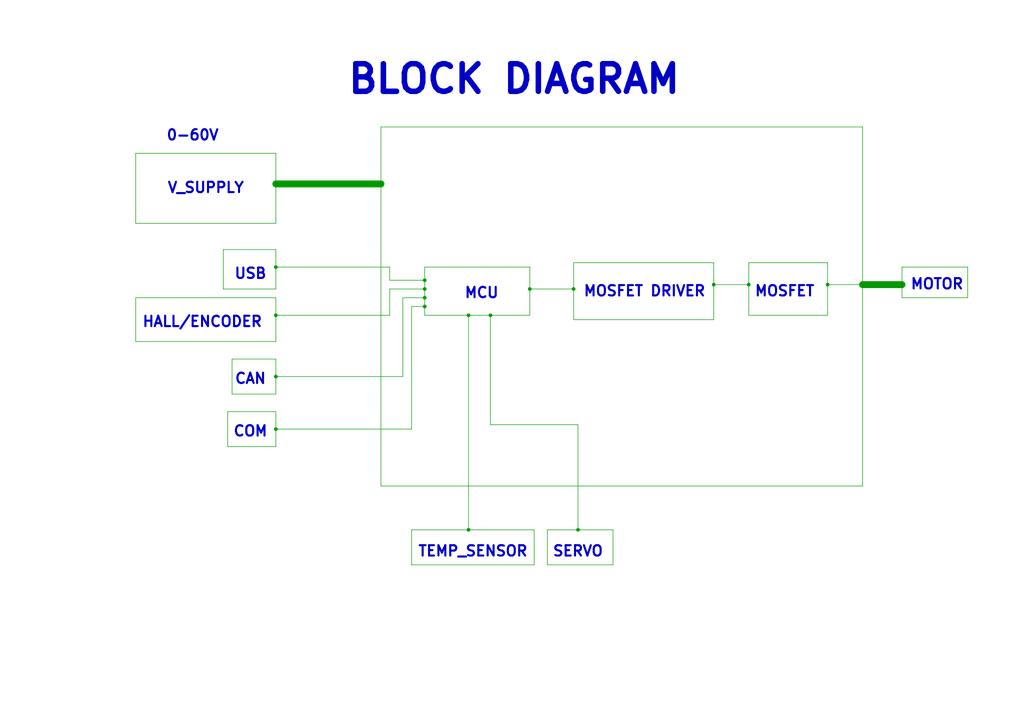
<source format=kicad_sch>
(kicad_sch
	(version 20231120)
	(generator "eeschema")
	(generator_version "8.0")
	(uuid "739f15b3-8955-49db-859a-fe1559bd7a4f")
	(paper "A4")
	(title_block
		(title "BLOCK DIAGRAM")
		(date "2024-05-05")
		(comment 3 "SHANKAR418@OUTLOOK.COM")
		(comment 4 "SHANKAR AENAGANDULA")
	)
	(lib_symbols)
	(junction
		(at 123.19 86.36)
		(diameter 0)
		(color 0 0 0 0)
		(uuid "0ef0e3c2-745b-46ec-acbc-980f29db4d03")
	)
	(junction
		(at 110.49 53.34)
		(diameter 0)
		(color 0 0 0 0)
		(uuid "1a1291a8-252e-45cb-867c-0e14f61b87f5")
	)
	(junction
		(at 80.01 91.44)
		(diameter 0)
		(color 0 0 0 0)
		(uuid "227a1ed1-c2d9-4767-bb97-61ad5b934fda")
	)
	(junction
		(at 166.37 83.82)
		(diameter 0)
		(color 0 0 0 0)
		(uuid "2789cbee-4a9a-44c9-bcb7-4836862ddd6b")
	)
	(junction
		(at 250.19 82.55)
		(diameter 0)
		(color 0 0 0 0)
		(uuid "2a25bb7a-0c43-4cbd-98ad-dd5e833c3738")
	)
	(junction
		(at 80.01 53.34)
		(diameter 0)
		(color 0 0 0 0)
		(uuid "2f49aaaa-e390-4bf3-972b-4d3aa9120071")
	)
	(junction
		(at 123.19 88.9)
		(diameter 0)
		(color 0 0 0 0)
		(uuid "68d77fa8-80de-4034-9ac4-154da2be3401")
	)
	(junction
		(at 135.89 153.67)
		(diameter 0)
		(color 0 0 0 0)
		(uuid "6ae5aa0a-3005-4f27-81de-7e7086d562a2")
	)
	(junction
		(at 142.24 91.44)
		(diameter 0)
		(color 0 0 0 0)
		(uuid "73627134-246d-4256-8387-d6c020bbbe0c")
	)
	(junction
		(at 135.89 91.44)
		(diameter 0)
		(color 0 0 0 0)
		(uuid "78cd48e0-7a7b-4b9c-94d9-9e5323219534")
	)
	(junction
		(at 123.19 83.82)
		(diameter 0)
		(color 0 0 0 0)
		(uuid "812de2ca-60ef-44c9-9540-d99527156550")
	)
	(junction
		(at 167.64 153.67)
		(diameter 0)
		(color 0 0 0 0)
		(uuid "947e5195-2669-4cd5-9b95-e2595c0c61e1")
	)
	(junction
		(at 123.19 81.28)
		(diameter 0)
		(color 0 0 0 0)
		(uuid "9586623a-1464-4da1-a851-46a4640111e0")
	)
	(junction
		(at 261.62 82.55)
		(diameter 0)
		(color 0 0 0 0)
		(uuid "a896b940-db6e-415a-8d62-6cf4c7e31968")
	)
	(junction
		(at 217.17 82.55)
		(diameter 0)
		(color 0 0 0 0)
		(uuid "aa161746-ff1f-4a89-8bce-7623cd3aad20")
	)
	(junction
		(at 207.01 82.55)
		(diameter 0)
		(color 0 0 0 0)
		(uuid "b0cd228a-27fa-4bfa-a101-bdfd984a9f87")
	)
	(junction
		(at 153.67 83.82)
		(diameter 0)
		(color 0 0 0 0)
		(uuid "c22bdb66-37b5-4a1e-b896-6389f0b6d951")
	)
	(junction
		(at 240.03 82.55)
		(diameter 0)
		(color 0 0 0 0)
		(uuid "e2252431-17c4-4ec7-acd7-fa703e38030f")
	)
	(junction
		(at 80.01 77.47)
		(diameter 0)
		(color 0 0 0 0)
		(uuid "e86dd35b-8d37-4024-9a2c-c447cee389e9")
	)
	(junction
		(at 80.01 124.46)
		(diameter 0)
		(color 0 0 0 0)
		(uuid "ec28f383-abd1-4947-ac66-ddaf4797e55c")
	)
	(junction
		(at 80.01 109.22)
		(diameter 0)
		(color 0 0 0 0)
		(uuid "f3ab7d00-8b3f-4f18-b210-5d888ffdbeee")
	)
	(wire
		(pts
			(xy 250.19 36.83) (xy 250.19 82.55)
		)
		(stroke
			(width 0)
			(type default)
		)
		(uuid "00235431-62fc-4390-9c67-cce40db7c527")
	)
	(wire
		(pts
			(xy 80.01 77.47) (xy 113.03 77.47)
		)
		(stroke
			(width 0)
			(type default)
		)
		(uuid "02283e14-5842-4e1d-ab99-a8ed318e9649")
	)
	(wire
		(pts
			(xy 80.01 104.14) (xy 80.01 109.22)
		)
		(stroke
			(width 0)
			(type default)
		)
		(uuid "0c8e0a60-e1f7-4def-a02b-595ca1f8de95")
	)
	(wire
		(pts
			(xy 207.01 76.2) (xy 207.01 82.55)
		)
		(stroke
			(width 0)
			(type default)
		)
		(uuid "1015e57a-15fa-476a-953e-dc867e623eb2")
	)
	(wire
		(pts
			(xy 261.62 77.47) (xy 280.67 77.47)
		)
		(stroke
			(width 0)
			(type default)
		)
		(uuid "12f3bf2a-4f44-4067-8895-652131d7cc0d")
	)
	(wire
		(pts
			(xy 110.49 53.34) (xy 110.49 140.97)
		)
		(stroke
			(width 0)
			(type default)
		)
		(uuid "147d8771-9f91-40c4-87a2-9d5546888d0e")
	)
	(wire
		(pts
			(xy 250.19 82.55) (xy 261.62 82.55)
		)
		(stroke
			(width 2)
			(type default)
		)
		(uuid "1714f30a-9026-4a91-9dba-1ff5728bd9d2")
	)
	(wire
		(pts
			(xy 80.01 114.3) (xy 67.31 114.3)
		)
		(stroke
			(width 0)
			(type default)
		)
		(uuid "1a45face-4ec2-45c6-ad32-d3cd84157e11")
	)
	(wire
		(pts
			(xy 80.01 109.22) (xy 80.01 114.3)
		)
		(stroke
			(width 0)
			(type default)
		)
		(uuid "1b95dff1-fe8b-4b50-9006-a0736f5e1d05")
	)
	(wire
		(pts
			(xy 280.67 86.36) (xy 261.62 86.36)
		)
		(stroke
			(width 0)
			(type default)
		)
		(uuid "2512a351-3f3c-429c-96d6-8260105d193d")
	)
	(wire
		(pts
			(xy 80.01 129.54) (xy 80.01 124.46)
		)
		(stroke
			(width 0)
			(type default)
		)
		(uuid "287372c6-88c3-4038-867c-70af4181e664")
	)
	(wire
		(pts
			(xy 110.49 36.83) (xy 110.49 53.34)
		)
		(stroke
			(width 0)
			(type default)
		)
		(uuid "2c166429-a5d6-4ca6-ba3e-494efd75e7a5")
	)
	(wire
		(pts
			(xy 154.94 153.67) (xy 154.94 163.83)
		)
		(stroke
			(width 0)
			(type default)
		)
		(uuid "37a60662-8267-44ae-92c8-e353ebd31409")
	)
	(wire
		(pts
			(xy 80.01 64.77) (xy 39.37 64.77)
		)
		(stroke
			(width 0)
			(type default)
		)
		(uuid "383880eb-1abe-4592-a994-9354f3676890")
	)
	(wire
		(pts
			(xy 113.03 81.28) (xy 123.19 81.28)
		)
		(stroke
			(width 0)
			(type default)
		)
		(uuid "39832a62-fd2a-4bfe-9bdc-584b8b67c976")
	)
	(wire
		(pts
			(xy 110.49 36.83) (xy 250.19 36.83)
		)
		(stroke
			(width 0)
			(type solid)
		)
		(uuid "3a7ffc09-2fa0-434e-980a-e051eeb7cef5")
	)
	(wire
		(pts
			(xy 67.31 104.14) (xy 67.31 114.3)
		)
		(stroke
			(width 0)
			(type default)
		)
		(uuid "3c56cfee-626f-4821-ac8c-78f6e7ba703d")
	)
	(wire
		(pts
			(xy 123.19 83.82) (xy 123.19 86.36)
		)
		(stroke
			(width 0)
			(type solid)
		)
		(uuid "3d41ec5e-bc7c-41e3-af99-e1ee15a9157a")
	)
	(wire
		(pts
			(xy 167.64 123.19) (xy 167.64 153.67)
		)
		(stroke
			(width 0)
			(type default)
		)
		(uuid "45d9620f-9631-45e8-a53d-1a313c30f635")
	)
	(wire
		(pts
			(xy 80.01 86.36) (xy 80.01 91.44)
		)
		(stroke
			(width 0)
			(type default)
		)
		(uuid "45e800cb-5b71-43a8-99e9-d31ae7fc1465")
	)
	(wire
		(pts
			(xy 116.84 109.22) (xy 116.84 86.36)
		)
		(stroke
			(width 0)
			(type default)
		)
		(uuid "4c70a937-81f0-4dfa-8fec-7499e07f4de4")
	)
	(wire
		(pts
			(xy 142.24 91.44) (xy 153.67 91.44)
		)
		(stroke
			(width 0)
			(type default)
		)
		(uuid "4eae88b7-3420-4364-981b-172db61088ef")
	)
	(wire
		(pts
			(xy 177.8 163.83) (xy 158.75 163.83)
		)
		(stroke
			(width 0)
			(type default)
		)
		(uuid "508569c5-173c-40f6-bf3d-89d0b0229f2e")
	)
	(wire
		(pts
			(xy 123.19 81.28) (xy 123.19 83.82)
		)
		(stroke
			(width 0)
			(type solid)
		)
		(uuid "5325ef18-ed6e-4e18-8bcd-39b45af86b21")
	)
	(wire
		(pts
			(xy 240.03 91.44) (xy 217.17 91.44)
		)
		(stroke
			(width 0)
			(type default)
		)
		(uuid "532b0065-cc16-4182-819d-245d635e3f95")
	)
	(wire
		(pts
			(xy 153.67 83.82) (xy 166.37 83.82)
		)
		(stroke
			(width 0)
			(type default)
		)
		(uuid "58a42109-1e26-48b0-b733-8cead4c226cf")
	)
	(wire
		(pts
			(xy 217.17 76.2) (xy 217.17 82.55)
		)
		(stroke
			(width 0)
			(type default)
		)
		(uuid "59692034-4fcb-4706-a6fa-f77c5d45a03a")
	)
	(wire
		(pts
			(xy 64.77 83.82) (xy 80.01 83.82)
		)
		(stroke
			(width 0)
			(type default)
		)
		(uuid "5aa877c1-4c74-4343-bcfa-f49d3c7c8b18")
	)
	(wire
		(pts
			(xy 166.37 83.82) (xy 166.37 92.71)
		)
		(stroke
			(width 0)
			(type default)
		)
		(uuid "5e5b668b-1d0e-4945-9b70-d4a929d67aa2")
	)
	(wire
		(pts
			(xy 67.31 104.14) (xy 80.01 104.14)
		)
		(stroke
			(width 0)
			(type default)
		)
		(uuid "5f290791-fbc9-4973-b572-6c23a30d620d")
	)
	(wire
		(pts
			(xy 110.49 140.97) (xy 250.19 140.97)
		)
		(stroke
			(width 0)
			(type default)
		)
		(uuid "60d6c49f-a4e6-46e2-93f6-e25109996cf1")
	)
	(wire
		(pts
			(xy 280.67 77.47) (xy 280.67 86.36)
		)
		(stroke
			(width 0)
			(type default)
		)
		(uuid "61619c13-98de-4290-9df9-9c37017b60ba")
	)
	(wire
		(pts
			(xy 39.37 86.36) (xy 39.37 99.06)
		)
		(stroke
			(width 0)
			(type default)
		)
		(uuid "64f29550-57fb-446e-8381-5ab549261eb1")
	)
	(wire
		(pts
			(xy 80.01 44.45) (xy 80.01 53.34)
		)
		(stroke
			(width 0)
			(type default)
		)
		(uuid "660d123f-019a-4008-bf86-898c0fec3170")
	)
	(wire
		(pts
			(xy 240.03 76.2) (xy 240.03 82.55)
		)
		(stroke
			(width 0)
			(type default)
		)
		(uuid "6b91fa02-19c0-4919-9275-62ca3301cab6")
	)
	(wire
		(pts
			(xy 142.24 123.19) (xy 142.24 91.44)
		)
		(stroke
			(width 0)
			(type default)
		)
		(uuid "6e67fe27-084f-4483-8337-0ebe255c947d")
	)
	(wire
		(pts
			(xy 154.94 163.83) (xy 119.38 163.83)
		)
		(stroke
			(width 0)
			(type default)
		)
		(uuid "6edd07a9-1be0-4e80-a8a8-dd6db14ba0f4")
	)
	(wire
		(pts
			(xy 119.38 124.46) (xy 119.38 88.9)
		)
		(stroke
			(width 0)
			(type default)
		)
		(uuid "6f78d432-ab7a-48eb-acc0-82dee32d73aa")
	)
	(wire
		(pts
			(xy 113.03 83.82) (xy 123.19 83.82)
		)
		(stroke
			(width 0)
			(type default)
		)
		(uuid "71d58294-77a4-4c50-959f-1572f2712b83")
	)
	(wire
		(pts
			(xy 80.01 53.34) (xy 80.01 64.77)
		)
		(stroke
			(width 0)
			(type default)
		)
		(uuid "72326c8f-aa08-458b-bec2-39f4196a8cc5")
	)
	(wire
		(pts
			(xy 250.19 82.55) (xy 250.19 140.97)
		)
		(stroke
			(width 0)
			(type default)
		)
		(uuid "73cbd41f-7dda-4803-8b7f-1b9435519665")
	)
	(wire
		(pts
			(xy 166.37 76.2) (xy 207.01 76.2)
		)
		(stroke
			(width 0)
			(type default)
		)
		(uuid "7789a6fb-d97c-40b0-9fb8-a158cdff9084")
	)
	(wire
		(pts
			(xy 153.67 77.47) (xy 123.19 77.47)
		)
		(stroke
			(width 0)
			(type solid)
		)
		(uuid "7f10a211-3aef-47c1-bebe-d652891b3c07")
	)
	(wire
		(pts
			(xy 116.84 86.36) (xy 123.19 86.36)
		)
		(stroke
			(width 0)
			(type default)
		)
		(uuid "7f6b337f-1aa1-47f7-b4f7-b122d97ade13")
	)
	(wire
		(pts
			(xy 261.62 82.55) (xy 261.62 86.36)
		)
		(stroke
			(width 0)
			(type default)
		)
		(uuid "81d4e60c-c7c4-4fb0-97bc-52f0f7153508")
	)
	(wire
		(pts
			(xy 80.01 53.34) (xy 110.49 53.34)
		)
		(stroke
			(width 2)
			(type default)
		)
		(uuid "854ecce4-f422-4de0-baa2-8b62935a2a51")
	)
	(wire
		(pts
			(xy 167.64 153.67) (xy 158.75 153.67)
		)
		(stroke
			(width 0)
			(type default)
		)
		(uuid "8b7225a0-0ebc-4b16-ab42-54d8883a1113")
	)
	(wire
		(pts
			(xy 119.38 88.9) (xy 123.19 88.9)
		)
		(stroke
			(width 0)
			(type default)
		)
		(uuid "8f127a2d-91ed-4a94-9419-3a0ded97dfb1")
	)
	(wire
		(pts
			(xy 80.01 124.46) (xy 80.01 119.38)
		)
		(stroke
			(width 0)
			(type default)
		)
		(uuid "9548f848-88fc-4f0f-a627-3412b3414734")
	)
	(wire
		(pts
			(xy 135.89 153.67) (xy 154.94 153.67)
		)
		(stroke
			(width 0)
			(type default)
		)
		(uuid "9637520f-f338-4115-87ee-01da60746ab1")
	)
	(wire
		(pts
			(xy 80.01 72.39) (xy 80.01 77.47)
		)
		(stroke
			(width 0)
			(type default)
		)
		(uuid "998ebc9b-c85c-4f68-a641-5fb5b316929d")
	)
	(wire
		(pts
			(xy 123.19 77.47) (xy 123.19 81.28)
		)
		(stroke
			(width 0)
			(type solid)
		)
		(uuid "a09b78cc-f00d-401b-bdf9-8680597ef83d")
	)
	(wire
		(pts
			(xy 166.37 76.2) (xy 166.37 83.82)
		)
		(stroke
			(width 0)
			(type default)
		)
		(uuid "a527f504-c880-4187-9dd5-abf12bfbdf41")
	)
	(wire
		(pts
			(xy 80.01 77.47) (xy 80.01 83.82)
		)
		(stroke
			(width 0)
			(type default)
		)
		(uuid "a9042dab-03d2-4498-8d86-026c14d1d497")
	)
	(wire
		(pts
			(xy 113.03 91.44) (xy 113.03 83.82)
		)
		(stroke
			(width 0)
			(type default)
		)
		(uuid "a90bb858-485a-419d-b7a1-1afab9d2fe90")
	)
	(wire
		(pts
			(xy 217.17 76.2) (xy 240.03 76.2)
		)
		(stroke
			(width 0)
			(type default)
		)
		(uuid "a9852e76-24fc-4d10-b945-3befe33f6031")
	)
	(wire
		(pts
			(xy 177.8 153.67) (xy 177.8 163.83)
		)
		(stroke
			(width 0)
			(type default)
		)
		(uuid "af0b5c67-0dad-4d86-b139-c9084ecf5198")
	)
	(wire
		(pts
			(xy 39.37 86.36) (xy 80.01 86.36)
		)
		(stroke
			(width 0)
			(type default)
		)
		(uuid "b21fac9a-2401-4e4c-858c-4db2da97f844")
	)
	(wire
		(pts
			(xy 80.01 124.46) (xy 119.38 124.46)
		)
		(stroke
			(width 0)
			(type default)
		)
		(uuid "b395e3ee-ae21-41db-80b8-39f61cde0717")
	)
	(wire
		(pts
			(xy 207.01 82.55) (xy 207.01 92.71)
		)
		(stroke
			(width 0)
			(type default)
		)
		(uuid "b4ba35b9-7f11-4d51-a9bf-d9b182d2c45f")
	)
	(wire
		(pts
			(xy 119.38 153.67) (xy 119.38 163.83)
		)
		(stroke
			(width 0)
			(type default)
		)
		(uuid "b6a56b51-1d61-414f-bd27-19e2b960aa81")
	)
	(wire
		(pts
			(xy 64.77 72.39) (xy 64.77 83.82)
		)
		(stroke
			(width 0)
			(type default)
		)
		(uuid "b734f474-7cd1-4db1-9372-2eabf64b5fea")
	)
	(wire
		(pts
			(xy 39.37 44.45) (xy 80.01 44.45)
		)
		(stroke
			(width 0)
			(type default)
		)
		(uuid "b7d92e40-da03-45eb-921b-168978739291")
	)
	(wire
		(pts
			(xy 207.01 82.55) (xy 217.17 82.55)
		)
		(stroke
			(width 0)
			(type default)
		)
		(uuid "bb736e04-bd25-4d38-8d50-a537b7bac7d4")
	)
	(wire
		(pts
			(xy 80.01 91.44) (xy 80.01 99.06)
		)
		(stroke
			(width 0)
			(type default)
		)
		(uuid "bd0e7b8b-2bce-4610-9ae4-ae536b1332a4")
	)
	(wire
		(pts
			(xy 240.03 82.55) (xy 250.19 82.55)
		)
		(stroke
			(width 0)
			(type default)
		)
		(uuid "bdcfa73a-9dea-407a-be0d-2084a9e33a2c")
	)
	(wire
		(pts
			(xy 240.03 82.55) (xy 240.03 91.44)
		)
		(stroke
			(width 0)
			(type default)
		)
		(uuid "be1247fb-4c44-407c-b835-41c15eea6e89")
	)
	(wire
		(pts
			(xy 80.01 129.54) (xy 66.04 129.54)
		)
		(stroke
			(width 0)
			(type default)
		)
		(uuid "be4439b3-7832-43ea-aae6-fae1abc4fa3a")
	)
	(wire
		(pts
			(xy 39.37 44.45) (xy 39.37 64.77)
		)
		(stroke
			(width 0)
			(type default)
		)
		(uuid "d34c8a17-7356-4642-9ede-5ae0f7c48a13")
	)
	(wire
		(pts
			(xy 153.67 77.47) (xy 153.67 83.82)
		)
		(stroke
			(width 0)
			(type solid)
		)
		(uuid "d4090257-5d3e-4115-b032-38be6b71be37")
	)
	(wire
		(pts
			(xy 119.38 153.67) (xy 135.89 153.67)
		)
		(stroke
			(width 0)
			(type default)
		)
		(uuid "d7987ffe-0992-447d-bb8d-09bae240c700")
	)
	(wire
		(pts
			(xy 66.04 119.38) (xy 66.04 129.54)
		)
		(stroke
			(width 0)
			(type default)
		)
		(uuid "d87bf07b-8dc7-4aec-868b-47068aa9a662")
	)
	(wire
		(pts
			(xy 80.01 91.44) (xy 113.03 91.44)
		)
		(stroke
			(width 0)
			(type default)
		)
		(uuid "dd826778-99f2-4e0e-a78c-e46cc9e7377e")
	)
	(wire
		(pts
			(xy 64.77 72.39) (xy 80.01 72.39)
		)
		(stroke
			(width 0)
			(type default)
		)
		(uuid "de640b94-325e-4845-9120-72da435b5bb1")
	)
	(wire
		(pts
			(xy 123.19 91.44) (xy 135.89 91.44)
		)
		(stroke
			(width 0)
			(type solid)
		)
		(uuid "e22aae85-9edb-4ba8-be5a-a372f7e25e82")
	)
	(wire
		(pts
			(xy 123.19 88.9) (xy 123.19 91.44)
		)
		(stroke
			(width 0)
			(type solid)
		)
		(uuid "e4a83903-c93e-4af6-a61d-f8b2f371c623")
	)
	(wire
		(pts
			(xy 80.01 109.22) (xy 116.84 109.22)
		)
		(stroke
			(width 0)
			(type default)
		)
		(uuid "e5e1a049-51c2-4cb8-9d6f-ebb00301cd29")
	)
	(wire
		(pts
			(xy 66.04 119.38) (xy 80.01 119.38)
		)
		(stroke
			(width 0)
			(type default)
		)
		(uuid "eb18f594-e0d7-4ed8-9ae8-f15941f2599a")
	)
	(wire
		(pts
			(xy 113.03 77.47) (xy 113.03 81.28)
		)
		(stroke
			(width 0)
			(type default)
		)
		(uuid "ecbde5a4-8fae-49f8-b86c-cb70e0746a88")
	)
	(wire
		(pts
			(xy 167.64 123.19) (xy 142.24 123.19)
		)
		(stroke
			(width 0)
			(type default)
		)
		(uuid "ef666ec2-4d4e-44ec-a576-ab6fdee5a005")
	)
	(wire
		(pts
			(xy 158.75 153.67) (xy 158.75 163.83)
		)
		(stroke
			(width 0)
			(type default)
		)
		(uuid "f3ba3ab5-b7e4-471e-8ed8-350a0b8905b7")
	)
	(wire
		(pts
			(xy 123.19 86.36) (xy 123.19 88.9)
		)
		(stroke
			(width 0)
			(type solid)
		)
		(uuid "f4c6fbae-0d33-4812-824b-4dd061621479")
	)
	(wire
		(pts
			(xy 261.62 77.47) (xy 261.62 82.55)
		)
		(stroke
			(width 0)
			(type default)
		)
		(uuid "f4d24988-4936-4da8-9d2c-d715c8f7fdff")
	)
	(wire
		(pts
			(xy 167.64 153.67) (xy 177.8 153.67)
		)
		(stroke
			(width 0)
			(type default)
		)
		(uuid "f77fba01-c2ef-4a8f-9ccc-77a2e1e32cf1")
	)
	(wire
		(pts
			(xy 135.89 91.44) (xy 142.24 91.44)
		)
		(stroke
			(width 0)
			(type default)
		)
		(uuid "f903223c-e522-4dbe-933c-350ebdc613bb")
	)
	(wire
		(pts
			(xy 135.89 91.44) (xy 135.89 153.67)
		)
		(stroke
			(width 0)
			(type default)
		)
		(uuid "fa817fc1-da00-4838-98e8-c6053b0f58e2")
	)
	(wire
		(pts
			(xy 80.01 99.06) (xy 39.37 99.06)
		)
		(stroke
			(width 0)
			(type default)
		)
		(uuid "fa859358-f916-4261-8978-a4c32e2957e7")
	)
	(wire
		(pts
			(xy 217.17 82.55) (xy 217.17 91.44)
		)
		(stroke
			(width 0)
			(type default)
		)
		(uuid "fb1f92c5-e001-48e3-b54d-babfb0aa7048")
	)
	(wire
		(pts
			(xy 207.01 92.71) (xy 166.37 92.71)
		)
		(stroke
			(width 0)
			(type default)
		)
		(uuid "fb8c46f0-48ff-41cb-ac03-7caef960c4cd")
	)
	(wire
		(pts
			(xy 153.67 83.82) (xy 153.67 91.44)
		)
		(stroke
			(width 0)
			(type solid)
		)
		(uuid "fbecce7b-a35d-4fe1-b820-c7dd6c770f5b")
	)
	(text "V_SUPPLY"
		(exclude_from_sim no)
		(at 59.69 54.61 0)
		(effects
			(font
				(size 3 3)
				(bold yes)
			)
		)
		(uuid "02cbf406-1418-4488-8284-142d66fc5a21")
	)
	(text "HALL/ENCODER"
		(exclude_from_sim no)
		(at 58.674 93.472 0)
		(effects
			(font
				(size 3 3)
				(bold yes)
			)
		)
		(uuid "12f3bd5c-b53a-4aad-b300-54ca40f1e15f")
	)
	(text "SERVO"
		(exclude_from_sim no)
		(at 167.64 160.02 0)
		(effects
			(font
				(size 3 3)
				(bold yes)
			)
		)
		(uuid "19677279-0a3e-409b-93ea-04a519d9036a")
	)
	(text "COM"
		(exclude_from_sim no)
		(at 72.644 125.222 0)
		(effects
			(font
				(size 3 3)
				(bold yes)
			)
		)
		(uuid "2077308d-0bbf-4097-9aa4-d5f3252583a8")
	)
	(text "BLOCK DIAGRAM"
		(exclude_from_sim no)
		(at 149.098 23.114 0)
		(effects
			(font
				(size 8 8)
				(bold yes)
			)
		)
		(uuid "35ddae15-04a8-461d-89bf-bddc0211adbc")
	)
	(text "MOSFET DRIVER"
		(exclude_from_sim no)
		(at 186.944 84.582 0)
		(effects
			(font
				(size 3 3)
				(bold yes)
			)
		)
		(uuid "4dfae200-66de-4b5c-9d9e-97e525b36202")
	)
	(text "CAN"
		(exclude_from_sim no)
		(at 72.644 109.982 0)
		(effects
			(font
				(size 3 3)
				(bold yes)
			)
		)
		(uuid "6535649a-09c1-41b1-b4d1-b97934ae35cf")
	)
	(text "TEMP_SENSOR"
		(exclude_from_sim no)
		(at 137.16 160.02 0)
		(effects
			(font
				(size 3 3)
				(bold yes)
			)
		)
		(uuid "693b44bb-f9b9-49a4-981b-04c34335f083")
	)
	(text "0-60V"
		(exclude_from_sim no)
		(at 55.88 39.37 0)
		(effects
			(font
				(size 3 3)
				(bold yes)
			)
		)
		(uuid "791c192b-3e76-43f2-b7a0-be6d3306fa34")
	)
	(text "MCU"
		(exclude_from_sim no)
		(at 139.7 85.09 0)
		(effects
			(font
				(size 3 3)
				(bold yes)
			)
		)
		(uuid "96178419-e77d-4a3e-99bd-fedc1f4110e4")
	)
	(text "MOSFET"
		(exclude_from_sim no)
		(at 227.584 84.582 0)
		(effects
			(font
				(size 3 3)
				(bold yes)
			)
		)
		(uuid "a61102b8-dd3e-4619-a54e-a10b42b5d351")
	)
	(text "USB"
		(exclude_from_sim no)
		(at 72.644 79.502 0)
		(effects
			(font
				(size 3 3)
				(bold yes)
			)
		)
		(uuid "cdc6b666-b33f-40e5-8b65-8d51553b03ad")
	)
	(text "MOTOR"
		(exclude_from_sim no)
		(at 271.78 82.55 0)
		(effects
			(font
				(size 3 3)
				(bold yes)
			)
		)
		(uuid "dfa0dd2b-4a57-463f-9962-2bfa6cf49e1d")
	)
)

</source>
